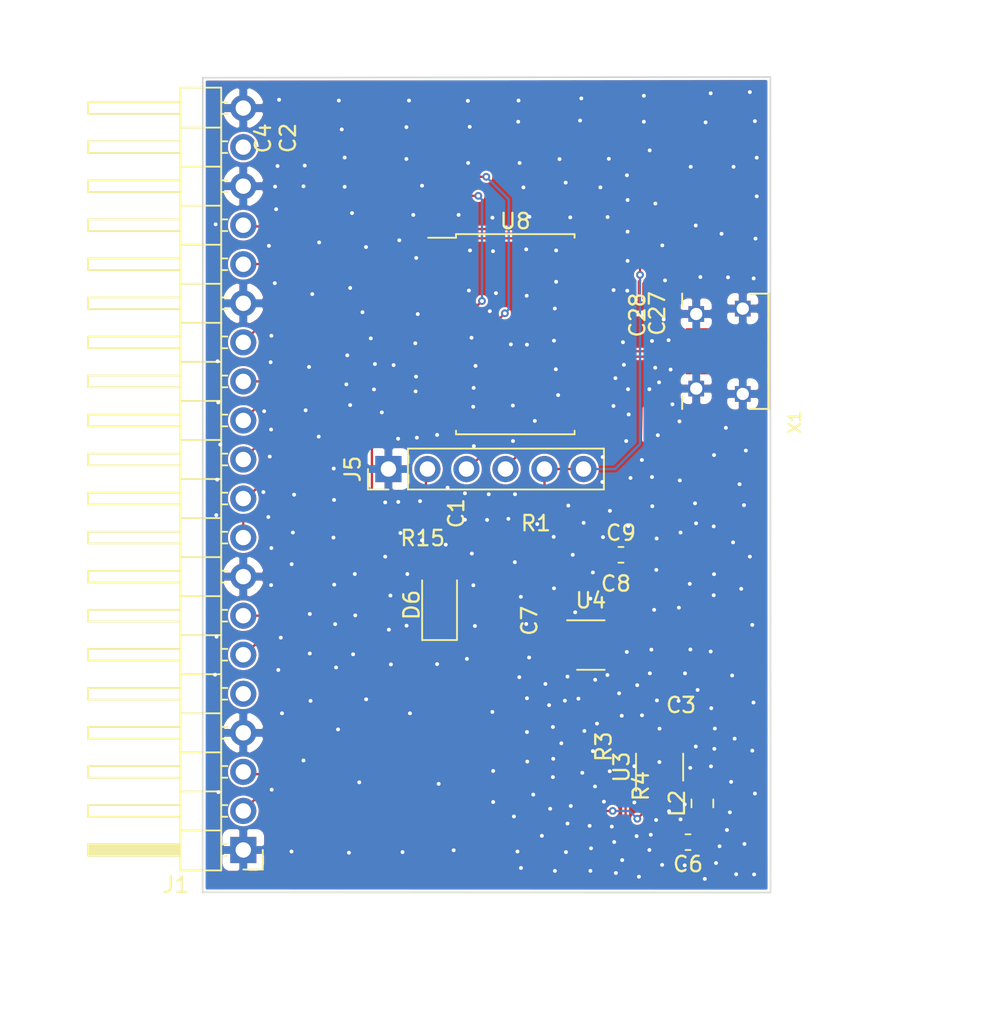
<source format=kicad_pcb>
(kicad_pcb (version 20171130) (host pcbnew 5.1.5+dfsg1-2+b1)
  (layers (0 F.Cu signal) (31 B.Cu signal) (34 B.Paste user) (35 F.Paste user) (36 B.SilkS user) (37 F.SilkS user) (38 B.Mask user) (39 F.Mask user) (44 Edge.Cuts user))
  (net 0 "")
  (net 1 GND)
  (net 2 swd_rst)
  (net 3 +3V3)
  (net 4 +5V)
  (net 5 "Net-(C6-Pad1)")
  (net 6 "Net-(D6-Pad2)")
  (net 7 uart_rx)
  (net 8 uart_tx)
  (net 9 fpga_cdone)
  (net 10 fpga_reset)
  (net 11 spi_clk)
  (net 12 spi_ss)
  (net 13 spi_miso)
  (net 14 spi_mosi)
  (net 15 uart_fpga_tx_2)
  (net 16 uart_fpga_rx_2)
  (net 17 "Net-(J1-Pad5)")
  (net 18 nrf_rx)
  (net 19 nrf_tx)
  (net 20 swd_clk)
  (net 21 swd_io)
  (net 22 "Net-(L2-Pad2)")
  (net 23 "Net-(R3-Pad1)")
  (net 24 led_mcu)
  (net 25 "Net-(U4-Pad4)")
  (net 26 "Net-(U8-Pad15)")
  (net 27 "Net-(U8-Pad14)")
  (net 28 "Net-(X1-PadID)")
  (module kifootp:FCI_10103594_MILL (layer F.Cu) (at 107.88 43.76 90)
    (fp_text reference X1 (at -3.794 1.2419 270) (layer F.SilkS) (effects (font (size 0.77216 0.77216) (thickness 0.138988)) (justify right top)))
    (fp_text value USBFCI_10103594_MILL)
    (pad BASE@2 smd rect (at 0.9625 -1.45 180) (size 2.499993 1.42494) (layers F.Cu F.Paste F.Mask) (net 1 GND))
    (pad BASE@1 smd rect (at -0.9625 -1.45 180) (size 2.499993 1.42494) (layers F.Cu F.Paste F.Mask) (net 1 GND))
    (pad D+ smd rect (at 0 -4.525 90) (size 0.4 1.75) (layers F.Cu F.Paste F.Mask) (net 26 "Net-(U8-Pad15)"))
    (pad ID smd rect (at 0.650012 -4.525 90) (size 0.4 1.75) (layers F.Cu F.Paste F.Mask) (net 28 "Net-(X1-PadID)"))
    (pad D- smd rect (at -0.650012 -4.525 90) (size 0.4 1.75) (layers F.Cu F.Paste F.Mask) (net 27 "Net-(U8-Pad14)"))
    (pad GND smd rect (at 1.3 -4.525 90) (size 0.4 1.75) (layers F.Cu F.Paste F.Mask) (net 1 GND))
    (pad VBUS smd rect (at -1.3 -4.525 90) (size 0.4 1.75) (layers F.Cu F.Paste F.Mask) (net 4 +5V))
    (pad SPRT@1 thru_hole rect (at -2.77495 -1.700021 90) (size 1.016 1.016) (drill 0.8001) (layers *.Cu *.Mask) (net 1 GND))
    (pad SPRT@2 thru_hole rect (at 2.77495 -1.700021 90) (size 1.016 1.016) (drill 0.8001) (layers *.Cu *.Mask) (net 1 GND))
    (pad SPRT@3 thru_hole rect (at -2.4257 -4.729987 90) (size 1.016 1.016) (drill 0.8001) (layers *.Cu *.Mask) (net 1 GND))
    (pad SPRT@4 thru_hole rect (at 2.4257 -4.729987 90) (size 1.016 1.016) (drill 0.8001) (layers *.Cu *.Mask) (net 1 GND))
  )
  (module Package_SO:SOIC-20W_7.5x12.8mm_P1.27mm (layer F.Cu) (at 91.37 42.65)
    (fp_text reference U8 (at 0 -7.35) (layer F.SilkS))
    (fp_text value ATSAMD11D14A-SS)
    (pad 20 smd roundrect (at 4.65 -5.715) (size 2.05 0.6) (layers F.Cu F.Paste F.Mask) (net 11 spi_clk))
    (pad 19 smd roundrect (at 4.65 -4.445) (size 2.05 0.6) (layers F.Cu F.Paste F.Mask) (net 10 fpga_reset))
    (pad 18 smd roundrect (at 4.65 -3.175) (size 2.05 0.6) (layers F.Cu F.Paste F.Mask) (net 9 fpga_cdone))
    (pad 17 smd roundrect (at 4.65 -1.905) (size 2.05 0.6) (layers F.Cu F.Paste F.Mask) (net 3 +3V3))
    (pad 16 smd roundrect (at 4.65 -0.635) (size 2.05 0.6) (layers F.Cu F.Paste F.Mask) (net 1 GND))
    (pad 15 smd roundrect (at 4.65 0.635) (size 2.05 0.6) (layers F.Cu F.Paste F.Mask) (net 26 "Net-(U8-Pad15)"))
    (pad 14 smd roundrect (at 4.65 1.905) (size 2.05 0.6) (layers F.Cu F.Paste F.Mask) (net 27 "Net-(U8-Pad14)"))
    (pad 13 smd roundrect (at 4.65 3.175) (size 2.05 0.6) (layers F.Cu F.Paste F.Mask) (net 21 swd_io))
    (pad 12 smd roundrect (at 4.65 4.445) (size 2.05 0.6) (layers F.Cu F.Paste F.Mask) (net 20 swd_clk))
    (pad 11 smd roundrect (at 4.65 5.715) (size 2.05 0.6) (layers F.Cu F.Paste F.Mask) (net 2 swd_rst))
    (pad 10 smd roundrect (at -4.65 5.715) (size 2.05 0.6) (layers F.Cu F.Paste F.Mask) (net 19 nrf_tx))
    (pad 9 smd roundrect (at -4.65 4.445) (size 2.05 0.6) (layers F.Cu F.Paste F.Mask) (net 18 nrf_rx))
    (pad 8 smd roundrect (at -4.65 3.175) (size 2.05 0.6) (layers F.Cu F.Paste F.Mask) (net 16 uart_fpga_rx_2))
    (pad 7 smd roundrect (at -4.65 1.905) (size 2.05 0.6) (layers F.Cu F.Paste F.Mask) (net 15 uart_fpga_tx_2))
    (pad 6 smd roundrect (at -4.65 0.635) (size 2.05 0.6) (layers F.Cu F.Paste F.Mask) (net 24 led_mcu))
    (pad 5 smd roundrect (at -4.65 -0.635) (size 2.05 0.6) (layers F.Cu F.Paste F.Mask) (net 7 uart_rx))
    (pad 4 smd roundrect (at -4.65 -1.905) (size 2.05 0.6) (layers F.Cu F.Paste F.Mask) (net 8 uart_tx))
    (pad 3 smd roundrect (at -4.65 -3.175) (size 2.05 0.6) (layers F.Cu F.Paste F.Mask) (net 14 spi_mosi))
    (pad 2 smd roundrect (at -4.65 -4.445) (size 2.05 0.6) (layers F.Cu F.Paste F.Mask) (net 13 spi_miso))
    (pad 1 smd roundrect (at -4.65 -5.715) (size 2.05 0.6) (layers F.Cu F.Paste F.Mask) (net 12 spi_ss))
  )
  (module Package_TO_SOT_SMD:SOT-23-5 (layer F.Cu) (at 96.29 62.87)
    (fp_text reference U4 (at 0 -2.9) (layer F.SilkS))
    (fp_text value MAX40200AUK)
    (pad 5 smd rect (at 1.1 -0.95) (size 1.06 0.65) (layers F.Cu F.Paste F.Mask) (net 3 +3V3))
    (pad 4 smd rect (at 1.1 0.95) (size 1.06 0.65) (layers F.Cu F.Paste F.Mask) (net 25 "Net-(U4-Pad4)"))
    (pad 3 smd rect (at -1.1 0.95) (size 1.06 0.65) (layers F.Cu F.Paste F.Mask) (net 5 "Net-(C6-Pad1)"))
    (pad 2 smd rect (at -1.1 0) (size 1.06 0.65) (layers F.Cu F.Paste F.Mask) (net 1 GND))
    (pad 1 smd rect (at -1.1 -0.95) (size 1.06 0.65) (layers F.Cu F.Paste F.Mask) (net 5 "Net-(C6-Pad1)"))
  )
  (module Package_TO_SOT_SMD:TSOT-23-5 (layer F.Cu) (at 100.74 70.81 90)
    (fp_text reference U3 (at 0 -2.45 90) (layer F.SilkS))
    (fp_text value LTC3406ES5)
    (pad 5 smd rect (at 1.31 -0.95 90) (size 1.22 0.65) (layers F.Cu F.Paste F.Mask) (net 23 "Net-(R3-Pad1)"))
    (pad 4 smd rect (at 1.31 0.95 90) (size 1.22 0.65) (layers F.Cu F.Paste F.Mask) (net 4 +5V))
    (pad 3 smd rect (at -1.31 0.95 90) (size 1.22 0.65) (layers F.Cu F.Paste F.Mask) (net 22 "Net-(L2-Pad2)"))
    (pad 2 smd rect (at -1.31 0 90) (size 1.22 0.65) (layers F.Cu F.Paste F.Mask) (net 1 GND))
    (pad 1 smd rect (at -1.31 -0.95 90) (size 1.22 0.65) (layers F.Cu F.Paste F.Mask) (net 4 +5V))
  )
  (module Resistor_SMD:R_0402_1005Metric (layer F.Cu) (at 85.34 57.09)
    (fp_text reference R15 (at 0 -1.17) (layer F.SilkS))
    (fp_text value 10kOhm)
    (pad 2 smd roundrect (at 0.485 0) (size 0.59 0.64) (layers F.Cu F.Paste F.Mask) (net 6 "Net-(D6-Pad2)"))
    (pad 1 smd roundrect (at -0.485 0) (size 0.59 0.64) (layers F.Cu F.Paste F.Mask) (net 24 led_mcu))
  )
  (module Resistor_SMD:R_0402_1005Metric (layer F.Cu) (at 98.38 72.04 270)
    (fp_text reference R4 (at 0 -1.17 90) (layer F.SilkS))
    (fp_text value 450kOhm)
    (pad 2 smd roundrect (at 0.485 0 270) (size 0.59 0.64) (layers F.Cu F.Paste F.Mask) (net 5 "Net-(C6-Pad1)"))
    (pad 1 smd roundrect (at -0.485 0 270) (size 0.59 0.64) (layers F.Cu F.Paste F.Mask) (net 23 "Net-(R3-Pad1)"))
  )
  (module Resistor_SMD:R_0402_1005Metric (layer F.Cu) (at 98.29 69.48 90)
    (fp_text reference R3 (at 0 -1.17 90) (layer F.SilkS))
    (fp_text value 100kOhm)
    (pad 2 smd roundrect (at 0.485 0 90) (size 0.59 0.64) (layers F.Cu F.Paste F.Mask) (net 1 GND))
    (pad 1 smd roundrect (at -0.485 0 90) (size 0.59 0.64) (layers F.Cu F.Paste F.Mask) (net 23 "Net-(R3-Pad1)"))
  )
  (module Resistor_SMD:R_0402_1005Metric (layer F.Cu) (at 92.71 53.78 180)
    (fp_text reference R1 (at 0 -1.17) (layer F.SilkS))
    (fp_text value 10kOhm)
    (pad 2 smd roundrect (at 0.485 0 180) (size 0.59 0.64) (layers F.Cu F.Paste F.Mask) (net 2 swd_rst))
    (pad 1 smd roundrect (at -0.485 0 180) (size 0.59 0.64) (layers F.Cu F.Paste F.Mask) (net 3 +3V3))
  )
  (module Inductor_SMD:L_0805_2012Metric (layer F.Cu) (at 103.55 73.17 90)
    (fp_text reference L2 (at 0 -1.65 90) (layer F.SilkS))
    (fp_text value 2.2uH)
    (pad 2 smd roundrect (at 0.9375 0 90) (size 0.975 1.4) (layers F.Cu F.Paste F.Mask) (net 22 "Net-(L2-Pad2)"))
    (pad 1 smd roundrect (at -0.9375 0 90) (size 0.975 1.4) (layers F.Cu F.Paste F.Mask) (net 5 "Net-(C6-Pad1)"))
  )
  (module Connector_PinHeader_2.54mm:PinHeader_1x06_P2.54mm_Vertical (layer F.Cu) (at 83.11 51.42 90)
    (fp_text reference J5 (at 0 -2.33 90) (layer F.SilkS))
    (fp_text value Conn_01x06_Male)
    (pad 6 thru_hole oval (at 0 12.7 90) (size 1.7 1.7) (drill 1) (layers *.Cu *.Mask) (net 3 +3V3))
    (pad 5 thru_hole oval (at 0 10.16 90) (size 1.7 1.7) (drill 1) (layers *.Cu *.Mask) (net 3 +3V3))
    (pad 4 thru_hole oval (at 0 7.62 90) (size 1.7 1.7) (drill 1) (layers *.Cu *.Mask) (net 20 swd_clk))
    (pad 3 thru_hole oval (at 0 5.08 90) (size 1.7 1.7) (drill 1) (layers *.Cu *.Mask) (net 21 swd_io))
    (pad 2 thru_hole oval (at 0 2.54 90) (size 1.7 1.7) (drill 1) (layers *.Cu *.Mask) (net 2 swd_rst))
    (pad 1 thru_hole rect (at 0 0 90) (size 1.7 1.7) (drill 1) (layers *.Cu *.Mask) (net 1 GND))
  )
  (module Connector_PinHeader_2.54mm:PinHeader_1x20_P2.54mm_Horizontal (layer F.Cu) (at 73.66 76.2 180)
    (fp_text reference J1 (at 4.385 -2.27) (layer F.SilkS))
    (fp_text value Conn_01x20_Female)
    (pad 20 thru_hole oval (at 0 48.26 180) (size 1.7 1.7) (drill 1) (layers *.Cu *.Mask) (net 1 GND))
    (pad 19 thru_hole oval (at 0 45.72 180) (size 1.7 1.7) (drill 1) (layers *.Cu *.Mask) (net 3 +3V3))
    (pad 18 thru_hole oval (at 0 43.18 180) (size 1.7 1.7) (drill 1) (layers *.Cu *.Mask) (net 1 GND))
    (pad 17 thru_hole oval (at 0 40.64 180) (size 1.7 1.7) (drill 1) (layers *.Cu *.Mask) (net 7 uart_rx))
    (pad 16 thru_hole oval (at 0 38.1 180) (size 1.7 1.7) (drill 1) (layers *.Cu *.Mask) (net 8 uart_tx))
    (pad 15 thru_hole oval (at 0 35.56 180) (size 1.7 1.7) (drill 1) (layers *.Cu *.Mask) (net 1 GND))
    (pad 14 thru_hole oval (at 0 33.02 180) (size 1.7 1.7) (drill 1) (layers *.Cu *.Mask) (net 9 fpga_cdone))
    (pad 13 thru_hole oval (at 0 30.48 180) (size 1.7 1.7) (drill 1) (layers *.Cu *.Mask) (net 10 fpga_reset))
    (pad 12 thru_hole oval (at 0 27.94 180) (size 1.7 1.7) (drill 1) (layers *.Cu *.Mask) (net 11 spi_clk))
    (pad 11 thru_hole oval (at 0 25.4 180) (size 1.7 1.7) (drill 1) (layers *.Cu *.Mask) (net 12 spi_ss))
    (pad 10 thru_hole oval (at 0 22.86 180) (size 1.7 1.7) (drill 1) (layers *.Cu *.Mask) (net 13 spi_miso))
    (pad 9 thru_hole oval (at 0 20.32 180) (size 1.7 1.7) (drill 1) (layers *.Cu *.Mask) (net 14 spi_mosi))
    (pad 8 thru_hole oval (at 0 17.78 180) (size 1.7 1.7) (drill 1) (layers *.Cu *.Mask) (net 1 GND))
    (pad 7 thru_hole oval (at 0 15.24 180) (size 1.7 1.7) (drill 1) (layers *.Cu *.Mask) (net 15 uart_fpga_tx_2))
    (pad 6 thru_hole oval (at 0 12.7 180) (size 1.7 1.7) (drill 1) (layers *.Cu *.Mask) (net 16 uart_fpga_rx_2))
    (pad 5 thru_hole oval (at 0 10.16 180) (size 1.7 1.7) (drill 1) (layers *.Cu *.Mask) (net 17 "Net-(J1-Pad5)"))
    (pad 4 thru_hole oval (at 0 7.62 180) (size 1.7 1.7) (drill 1) (layers *.Cu *.Mask) (net 1 GND))
    (pad 3 thru_hole oval (at 0 5.08 180) (size 1.7 1.7) (drill 1) (layers *.Cu *.Mask) (net 18 nrf_rx))
    (pad 2 thru_hole oval (at 0 2.54 180) (size 1.7 1.7) (drill 1) (layers *.Cu *.Mask) (net 19 nrf_tx))
    (pad 1 thru_hole rect (at 0 0 180) (size 1.7 1.7) (drill 1) (layers *.Cu *.Mask) (net 1 GND))
  )
  (module LED_SMD:LED_1206_3216Metric (layer F.Cu) (at 86.44 60.26 90)
    (fp_text reference D6 (at 0 -1.82 90) (layer F.SilkS))
    (fp_text value LED)
    (pad 2 smd roundrect (at 1.4 0 90) (size 1.25 1.75) (layers F.Cu F.Paste F.Mask) (roundrect_rratio 0.2) (net 6 "Net-(D6-Pad2)"))
    (pad 1 smd roundrect (at -1.4 0 90) (size 1.25 1.75) (layers F.Cu F.Paste F.Mask) (roundrect_rratio 0.2) (net 1 GND))
  )
  (module Capacitor_SMD:C_0402_1005Metric (layer F.Cu) (at 98.15 41.405 270)
    (fp_text reference C28 (at 0 -1.17 90) (layer F.SilkS))
    (fp_text value 0.1uF)
    (pad 2 smd roundrect (at 0.485 0 270) (size 0.59 0.64) (layers F.Cu F.Paste F.Mask) (net 1 GND))
    (pad 1 smd roundrect (at -0.485 0 270) (size 0.59 0.64) (layers F.Cu F.Paste F.Mask) (net 3 +3V3))
  )
  (module Capacitor_SMD:C_0402_1005Metric (layer F.Cu) (at 99.44 41.3 270)
    (fp_text reference C27 (at 0 -1.17 90) (layer F.SilkS))
    (fp_text value 4.7uF)
    (pad 2 smd roundrect (at 0.485 0 270) (size 0.59 0.64) (layers F.Cu F.Paste F.Mask) (net 1 GND))
    (pad 1 smd roundrect (at -0.485 0 270) (size 0.59 0.64) (layers F.Cu F.Paste F.Mask) (net 3 +3V3))
  )
  (module Capacitor_SMD:C_0603_1608Metric (layer F.Cu) (at 98.25 57)
    (fp_text reference C9 (at 0 -1.43) (layer F.SilkS))
    (fp_text value 10uF)
    (pad 2 smd roundrect (at 0.7875 0) (size 0.875 0.95) (layers F.Cu F.Paste F.Mask) (net 1 GND))
    (pad 1 smd roundrect (at -0.7875 0) (size 0.875 0.95) (layers F.Cu F.Paste F.Mask) (net 3 +3V3))
  )
  (module Capacitor_SMD:C_0402_1005Metric (layer F.Cu) (at 97.92 60.05)
    (fp_text reference C8 (at 0 -1.17) (layer F.SilkS))
    (fp_text value 0.1uF)
    (pad 2 smd roundrect (at 0.485 0) (size 0.59 0.64) (layers F.Cu F.Paste F.Mask) (net 1 GND))
    (pad 1 smd roundrect (at -0.485 0) (size 0.59 0.64) (layers F.Cu F.Paste F.Mask) (net 3 +3V3))
  )
  (module Capacitor_SMD:C_0402_1005Metric (layer F.Cu) (at 93.46 61.29 90)
    (fp_text reference C7 (at 0 -1.17 90) (layer F.SilkS))
    (fp_text value 0.1uF)
    (pad 2 smd roundrect (at 0.485 0 90) (size 0.59 0.64) (layers F.Cu F.Paste F.Mask) (net 1 GND))
    (pad 1 smd roundrect (at -0.485 0 90) (size 0.59 0.64) (layers F.Cu F.Paste F.Mask) (net 5 "Net-(C6-Pad1)"))
  )
  (module Capacitor_SMD:C_0603_1608Metric (layer F.Cu) (at 102.616 75.692 180)
    (fp_text reference C6 (at 0 -1.43) (layer F.SilkS))
    (fp_text value 10uF)
    (pad 2 smd roundrect (at 0.7875 0 180) (size 0.875 0.95) (layers F.Cu F.Paste F.Mask) (net 1 GND))
    (pad 1 smd roundrect (at -0.7875 0 180) (size 0.875 0.95) (layers F.Cu F.Paste F.Mask) (net 5 "Net-(C6-Pad1)"))
  )
  (module Capacitor_SMD:C_0402_1005Metric (layer F.Cu) (at 76.12 29.91 90)
    (fp_text reference C4 (at 0 -1.17 90) (layer F.SilkS))
    (fp_text value 0.1uF)
    (pad 2 smd roundrect (at 0.485 0 90) (size 0.59 0.64) (layers F.Cu F.Paste F.Mask) (net 1 GND))
    (pad 1 smd roundrect (at -0.485 0 90) (size 0.59 0.64) (layers F.Cu F.Paste F.Mask) (net 3 +3V3))
  )
  (module Capacitor_SMD:C_0402_1005Metric (layer F.Cu) (at 102.16 67.95)
    (fp_text reference C3 (at 0 -1.17) (layer F.SilkS))
    (fp_text value 4.7uF)
    (pad 2 smd roundrect (at 0.485 0) (size 0.59 0.64) (layers F.Cu F.Paste F.Mask) (net 1 GND))
    (pad 1 smd roundrect (at -0.485 0) (size 0.59 0.64) (layers F.Cu F.Paste F.Mask) (net 4 +5V))
  )
  (module Capacitor_SMD:C_0402_1005Metric (layer F.Cu) (at 77.74 29.89 90)
    (fp_text reference C2 (at 0 -1.17 90) (layer F.SilkS))
    (fp_text value 4.7uF)
    (pad 2 smd roundrect (at 0.485 0 90) (size 0.59 0.64) (layers F.Cu F.Paste F.Mask) (net 1 GND))
    (pad 1 smd roundrect (at -0.485 0 90) (size 0.59 0.64) (layers F.Cu F.Paste F.Mask) (net 3 +3V3))
  )
  (module Capacitor_SMD:C_0402_1005Metric (layer F.Cu) (at 86.36 54.3 270)
    (fp_text reference C1 (at 0 -1.17 90) (layer F.SilkS))
    (fp_text value 0.1uF)
    (pad 2 smd roundrect (at 0.485 0 270) (size 0.59 0.64) (layers F.Cu F.Paste F.Mask) (net 1 GND))
    (pad 1 smd roundrect (at -0.485 0 270) (size 0.59 0.64) (layers F.Cu F.Paste F.Mask) (net 2 swd_rst))
  )
  (gr_line (start 107.99 78.97) (end 107.98 25.92) (layer Edge.Cuts) (width 0.1))
  (gr_line (start 107.98 25.92) (end 71.02 25.96) (layer Edge.Cuts) (width 0.1))
  (gr_line (start 71.02 25.96) (end 71.01 78.96) (layer Edge.Cuts) (width 0.1))
  (gr_line (start 71.01 78.96) (end 107.99 78.97) (layer Edge.Cuts) (width 0.1))
  (via (at 75.89 31.71) (size 0.5) (drill 0.25) (layers F.Cu B.Cu) (net 1))
  (via (at 77.66 31.68) (size 0.5) (drill 0.25) (layers F.Cu B.Cu) (net 1))
  (via (at 75.73 33.05) (size 0.5) (drill 0.25) (layers F.Cu B.Cu) (net 1))
  (via (at 77.58 33.03) (size 0.5) (drill 0.25) (layers F.Cu B.Cu) (net 1))
  (via (at 75.8 34.52) (size 0.5) (drill 0.25) (layers F.Cu B.Cu) (net 1))
  (via (at 71.86 35.5) (size 0.5) (drill 0.25) (layers F.Cu B.Cu) (net 1))
  (via (at 75.33 36.9) (size 0.5) (drill 0.25) (layers F.Cu B.Cu) (net 1))
  (via (at 75.71 39.33) (size 0.5) (drill 0.25) (layers F.Cu B.Cu) (net 1))
  (via (at 71.99 44.41) (size 0.5) (drill 0.25) (layers F.Cu B.Cu) (net 1))
  (via (at 72.03 47.09) (size 0.5) (drill 0.25) (layers F.Cu B.Cu) (net 1))
  (via (at 72.16 49.83) (size 0.5) (drill 0.25) (layers F.Cu B.Cu) (net 1))
  (via (at 71.96 52.11) (size 0.5) (drill 0.25) (layers F.Cu B.Cu) (net 1))
  (via (at 71.9 54.42) (size 0.5) (drill 0.25) (layers F.Cu B.Cu) (net 1))
  (via (at 71.92 62.33) (size 0.5) (drill 0.25) (layers F.Cu B.Cu) (net 1))
  (via (at 71.82 64.8) (size 0.5) (drill 0.25) (layers F.Cu B.Cu) (net 1))
  (via (at 72.04 72.44) (size 0.5) (drill 0.25) (layers F.Cu B.Cu) (net 1))
  (via (at 76.8 76.3) (size 0.5) (drill 0.25) (layers F.Cu B.Cu) (net 1))
  (via (at 80.54 76.38) (size 0.5) (drill 0.25) (layers F.Cu B.Cu) (net 1))
  (via (at 84.03 76.34) (size 0.5) (drill 0.25) (layers F.Cu B.Cu) (net 1))
  (via (at 87.36 76.22) (size 0.5) (drill 0.25) (layers F.Cu B.Cu) (net 1))
  (via (at 91.51 76.3) (size 0.5) (drill 0.25) (layers F.Cu B.Cu) (net 1))
  (via (at 94.67 76.34) (size 0.5) (drill 0.25) (layers F.Cu B.Cu) (net 1))
  (via (at 97.92 77.7) (size 0.5) (drill 0.25) (layers F.Cu B.Cu) (net 1))
  (via (at 76.18 67.31) (size 0.5) (drill 0.25) (layers F.Cu B.Cu) (net 1))
  (via (at 75.94 64.49) (size 0.5) (drill 0.25) (layers F.Cu B.Cu) (net 1))
  (via (at 76.1 62.39) (size 0.5) (drill 0.25) (layers F.Cu B.Cu) (net 1))
  (via (at 77.99 60.85) (size 0.5) (drill 0.25) (layers F.Cu B.Cu) (net 1))
  (via (at 77.99 63.42) (size 0.5) (drill 0.25) (layers F.Cu B.Cu) (net 1))
  (via (at 78.04 66.5) (size 0.5) (drill 0.25) (layers F.Cu B.Cu) (net 1))
  (via (at 79.58 58.94) (size 0.5) (drill 0.25) (layers F.Cu B.Cu) (net 1))
  (via (at 79.64 61.51) (size 0.5) (drill 0.25) (layers F.Cu B.Cu) (net 1))
  (via (at 79.7 64.33) (size 0.5) (drill 0.25) (layers F.Cu B.Cu) (net 1))
  (via (at 80.92 58.25) (size 0.5) (drill 0.25) (layers F.Cu B.Cu) (net 1))
  (via (at 80.95 60.94) (size 0.5) (drill 0.25) (layers F.Cu B.Cu) (net 1))
  (via (at 80.81 63.47) (size 0.5) (drill 0.25) (layers F.Cu B.Cu) (net 1))
  (via (at 75.29 54.54) (size 0.5) (drill 0.25) (layers F.Cu B.Cu) (net 1))
  (via (at 75.49 56.56) (size 0.5) (drill 0.25) (layers F.Cu B.Cu) (net 1))
  (via (at 75.47 58.97) (size 0.5) (drill 0.25) (layers F.Cu B.Cu) (net 1))
  (via (at 76.81 57.61) (size 0.5) (drill 0.25) (layers F.Cu B.Cu) (net 1))
  (via (at 76.89 55.55) (size 0.5) (drill 0.25) (layers F.Cu B.Cu) (net 1))
  (via (at 76.97 53.09) (size 0.5) (drill 0.25) (layers F.Cu B.Cu) (net 1))
  (via (at 79.55 51.39) (size 0.5) (drill 0.25) (layers F.Cu B.Cu) (net 1))
  (via (at 79.57 53.43) (size 0.5) (drill 0.25) (layers F.Cu B.Cu) (net 1))
  (via (at 79.53 55.88) (size 0.5) (drill 0.25) (layers F.Cu B.Cu) (net 1))
  (via (at 84.91 45.41) (size 0.5) (drill 0.25) (layers F.Cu B.Cu) (net 1))
  (via (at 84.88 46.37) (size 0.5) (drill 0.25) (layers F.Cu B.Cu) (net 1))
  (via (at 82.68 47.74) (size 0.5) (drill 0.25) (layers F.Cu B.Cu) (net 1))
  (via (at 83.74 49.45) (size 0.5) (drill 0.25) (layers F.Cu B.Cu) (net 1))
  (via (at 86.28 49.2) (size 0.5) (drill 0.25) (layers F.Cu B.Cu) (net 1))
  (via (at 84.96 49.38) (size 0.5) (drill 0.25) (layers F.Cu B.Cu) (net 1))
  (via (at 80.62 47.26) (size 0.5) (drill 0.25) (layers F.Cu B.Cu) (net 1))
  (via (at 74.97 52.92) (size 0.5) (drill 0.25) (layers F.Cu B.Cu) (net 1))
  (via (at 78.57 49.31) (size 0.5) (drill 0.25) (layers F.Cu B.Cu) (net 1))
  (via (at 80.43 44.02) (size 0.5) (drill 0.25) (layers F.Cu B.Cu) (net 1))
  (via (at 81.96 42.92) (size 0.5) (drill 0.25) (layers F.Cu B.Cu) (net 1))
  (via (at 80.37 45.91) (size 0.5) (drill 0.25) (layers F.Cu B.Cu) (net 1))
  (via (at 75.38 50.61) (size 0.5) (drill 0.25) (layers F.Cu B.Cu) (net 1))
  (via (at 75.47 48.85) (size 0.5) (drill 0.25) (layers F.Cu B.Cu) (net 1))
  (via (at 77.72 47.6) (size 0.5) (drill 0.25) (layers F.Cu B.Cu) (net 1))
  (via (at 82.17 46.24) (size 0.5) (drill 0.25) (layers F.Cu B.Cu) (net 1))
  (via (at 82.23 44.59) (size 0.5) (drill 0.25) (layers F.Cu B.Cu) (net 1))
  (via (at 75.51 72.28) (size 0.5) (drill 0.25) (layers F.Cu B.Cu) (net 1))
  (via (at 77.58 70.38) (size 0.5) (drill 0.25) (layers F.Cu B.Cu) (net 1))
  (via (at 79.83 68.36) (size 0.5) (drill 0.25) (layers F.Cu B.Cu) (net 1))
  (via (at 81.66 66.4) (size 0.5) (drill 0.25) (layers F.Cu B.Cu) (net 1))
  (via (at 83.27 64.13) (size 0.5) (drill 0.25) (layers F.Cu B.Cu) (net 1))
  (via (at 83.14 61.87) (size 0.5) (drill 0.25) (layers F.Cu B.Cu) (net 1))
  (via (at 82.9 57.12) (size 0.5) (drill 0.25) (layers F.Cu B.Cu) (net 1))
  (via (at 82.9 53.59) (size 0.5) (drill 0.25) (layers F.Cu B.Cu) (net 1))
  (via (at 83.75 53.56) (size 0.5) (drill 0.25) (layers F.Cu B.Cu) (net 1))
  (via (at 83.24 59.65) (size 0.5) (drill 0.25) (layers F.Cu B.Cu) (net 1))
  (via (at 83.89 55.58) (size 0.5) (drill 0.25) (layers F.Cu B.Cu) (net 1))
  (via (at 84.34 58.25) (size 0.5) (drill 0.25) (layers F.Cu B.Cu) (net 1))
  (via (at 84.29 61.61) (size 0.5) (drill 0.25) (layers F.Cu B.Cu) (net 1))
  (via (at 88.74 61.63) (size 0.5) (drill 0.25) (layers F.Cu B.Cu) (net 1))
  (via (at 88.64 58.98) (size 0.5) (drill 0.25) (layers F.Cu B.Cu) (net 1))
  (via (at 88.22 63.77) (size 0.5) (drill 0.25) (layers F.Cu B.Cu) (net 1))
  (via (at 86.28 64.11) (size 0.5) (drill 0.25) (layers F.Cu B.Cu) (net 1))
  (via (at 88.54 56.92) (size 0.5) (drill 0.25) (layers F.Cu B.Cu) (net 1))
  (via (at 86.84 56.34) (size 0.5) (drill 0.25) (layers F.Cu B.Cu) (net 1))
  (via (at 85.29 56.06) (size 0.5) (drill 0.25) (layers F.Cu B.Cu) (net 1))
  (via (at 85.17 53.51) (size 0.5) (drill 0.25) (layers F.Cu B.Cu) (net 1))
  (via (at 88.09 54.72) (size 0.5) (drill 0.25) (layers F.Cu B.Cu) (net 1))
  (via (at 89.53 54.73) (size 0.5) (drill 0.25) (layers F.Cu B.Cu) (net 1))
  (via (at 90.92 54.66) (size 0.5) (drill 0.25) (layers F.Cu B.Cu) (net 1))
  (via (at 86.96 52.63) (size 0.5) (drill 0.25) (layers F.Cu B.Cu) (net 1))
  (via (at 88.09 53) (size 0.5) (drill 0.25) (layers F.Cu B.Cu) (net 1))
  (via (at 89.64 53.06) (size 0.5) (drill 0.25) (layers F.Cu B.Cu) (net 1))
  (via (at 91.35 53.06) (size 0.5) (drill 0.25) (layers F.Cu B.Cu) (net 1))
  (via (at 88.67 49.93) (size 0.5) (drill 0.25) (layers F.Cu B.Cu) (net 1))
  (via (at 88.63 47.37) (size 0.5) (drill 0.25) (layers F.Cu B.Cu) (net 1))
  (via (at 91.21 47.29) (size 0.5) (drill 0.25) (layers F.Cu B.Cu) (net 1))
  (via (at 91.22 49.6) (size 0.5) (drill 0.25) (layers F.Cu B.Cu) (net 1))
  (via (at 94.16 46.61) (size 0.5) (drill 0.25) (layers F.Cu B.Cu) (net 1))
  (via (at 92.64 48.29) (size 0.5) (drill 0.25) (layers F.Cu B.Cu) (net 1))
  (via (at 92.8 55) (size 0.5) (drill 0.25) (layers F.Cu B.Cu) (net 1))
  (via (at 93.87 55.83) (size 0.5) (drill 0.25) (layers F.Cu B.Cu) (net 1))
  (via (at 95.11 57) (size 0.5) (drill 0.25) (layers F.Cu B.Cu) (net 1))
  (via (at 96.42 58.15) (size 0.5) (drill 0.25) (layers F.Cu B.Cu) (net 1))
  (via (at 96.26 59.85) (size 0.5) (drill 0.25) (layers F.Cu B.Cu) (net 1))
  (via (at 95.27 60.74) (size 0.5) (drill 0.25) (layers F.Cu B.Cu) (net 1))
  (via (at 93.89 59.18) (size 0.5) (drill 0.25) (layers F.Cu B.Cu) (net 1))
  (via (at 91.73 59.73) (size 0.5) (drill 0.25) (layers F.Cu B.Cu) (net 1))
  (via (at 92.08 61.5) (size 0.5) (drill 0.25) (layers F.Cu B.Cu) (net 1))
  (via (at 92.27 63.68) (size 0.5) (drill 0.25) (layers F.Cu B.Cu) (net 1))
  (via (at 93.33 65.4) (size 0.5) (drill 0.25) (layers F.Cu B.Cu) (net 1))
  (via (at 94.6 66.49) (size 0.5) (drill 0.25) (layers F.Cu B.Cu) (net 1))
  (via (at 94.77 64.92) (size 0.5) (drill 0.25) (layers F.Cu B.Cu) (net 1))
  (via (at 93.82 68.2) (size 0.5) (drill 0.25) (layers F.Cu B.Cu) (net 1))
  (via (at 93.84 70.27) (size 0.5) (drill 0.25) (layers F.Cu B.Cu) (net 1))
  (via (at 96.69 67.98) (size 0.5) (drill 0.25) (layers F.Cu B.Cu) (net 1))
  (via (at 96.42 69.77) (size 0.5) (drill 0.25) (layers F.Cu B.Cu) (net 1))
  (via (at 97.52 71.08) (size 0.5) (drill 0.25) (layers F.Cu B.Cu) (net 1))
  (via (at 99.12 70.75) (size 0.5) (drill 0.25) (layers F.Cu B.Cu) (net 1))
  (via (at 99.12 73.11) (size 0.5) (drill 0.25) (layers F.Cu B.Cu) (net 1))
  (via (at 96.57 65.13) (size 0.5) (drill 0.25) (layers F.Cu B.Cu) (net 1))
  (via (at 98.3 67.47) (size 0.5) (drill 0.25) (layers F.Cu B.Cu) (net 1))
  (via (at 99.62 67.44) (size 0.5) (drill 0.25) (layers F.Cu B.Cu) (net 1))
  (via (at 100.76 68.31) (size 0.5) (drill 0.25) (layers F.Cu B.Cu) (net 1))
  (via (at 100.75 70.48) (size 0.5) (drill 0.25) (layers F.Cu B.Cu) (net 1))
  (via (at 102.76 70.86) (size 0.5) (drill 0.25) (layers F.Cu B.Cu) (net 1))
  (via (at 103.12 69.47) (size 0.5) (drill 0.25) (layers F.Cu B.Cu) (net 1))
  (via (at 104.36 68.3) (size 0.5) (drill 0.25) (layers F.Cu B.Cu) (net 1))
  (via (at 104.13 66.98) (size 0.5) (drill 0.25) (layers F.Cu B.Cu) (net 1))
  (via (at 103.24 65.79) (size 0.5) (drill 0.25) (layers F.Cu B.Cu) (net 1))
  (via (at 102 66.5) (size 0.5) (drill 0.25) (layers F.Cu B.Cu) (net 1))
  (via (at 104.33 69.62) (size 0.5) (drill 0.25) (layers F.Cu B.Cu) (net 1))
  (via (at 104.11 70.76) (size 0.5) (drill 0.25) (layers F.Cu B.Cu) (net 1))
  (via (at 105.42 71.77) (size 0.5) (drill 0.25) (layers F.Cu B.Cu) (net 1))
  (via (at 105.34 73.75) (size 0.5) (drill 0.25) (layers F.Cu B.Cu) (net 1))
  (via (at 105.15 74.9) (size 0.5) (drill 0.25) (layers F.Cu B.Cu) (net 1))
  (via (at 104.67 75.96) (size 0.5) (drill 0.25) (layers F.Cu B.Cu) (net 1))
  (via (at 104.44 77.05) (size 0.5) (drill 0.25) (layers F.Cu B.Cu) (net 1))
  (via (at 102.4 77.2) (size 0.5) (drill 0.25) (layers F.Cu B.Cu) (net 1))
  (via (at 100.93 77.17) (size 0.5) (drill 0.25) (layers F.Cu B.Cu) (net 1))
  (via (at 103.71 78.08) (size 0.5) (drill 0.25) (layers F.Cu B.Cu) (net 1))
  (via (at 100.1 76.2) (size 0.5) (drill 0.25) (layers F.Cu B.Cu) (net 1))
  (via (at 99.27 75.3) (size 0.5) (drill 0.25) (layers F.Cu B.Cu) (net 1))
  (via (at 100.54 74.25) (size 0.5) (drill 0.25) (layers F.Cu B.Cu) (net 1))
  (via (at 102.4 73.23) (size 0.5) (drill 0.25) (layers F.Cu B.Cu) (net 1))
  (via (at 102.13 74.21) (size 0.5) (drill 0.25) (layers F.Cu B.Cu) (net 1))
  (via (at 101.38 73.68) (size 0.5) (drill 0.25) (layers F.Cu B.Cu) (net 1))
  (via (at 100.19 75.21) (size 0.5) (drill 0.25) (layers F.Cu B.Cu) (net 1))
  (via (at 97.65 74.68) (size 0.5) (drill 0.25) (layers F.Cu B.Cu) (net 1))
  (via (at 96.56 72.07) (size 0.5) (drill 0.25) (layers F.Cu B.Cu) (net 1))
  (via (at 95.73 71.18) (size 0.5) (drill 0.25) (layers F.Cu B.Cu) (net 1))
  (via (at 96.21 74.63) (size 0.5) (drill 0.25) (layers F.Cu B.Cu) (net 1))
  (via (at 94.77 74.48) (size 0.5) (drill 0.25) (layers F.Cu B.Cu) (net 1))
  (via (at 93.64 73.52) (size 0.5) (drill 0.25) (layers F.Cu B.Cu) (net 1))
  (via (at 93.82 71.46) (size 0.5) (drill 0.25) (layers F.Cu B.Cu) (net 1))
  (via (at 97.81 75.68) (size 0.5) (drill 0.25) (layers F.Cu B.Cu) (net 1))
  (via (at 98.33 76.86) (size 0.5) (drill 0.25) (layers F.Cu B.Cu) (net 1))
  (via (at 94.98 73.34) (size 0.5) (drill 0.25) (layers F.Cu B.Cu) (net 1))
  (via (at 94.37 69.26) (size 0.5) (drill 0.25) (layers F.Cu B.Cu) (net 1))
  (via (at 97.14 73.06) (size 0.5) (drill 0.25) (layers F.Cu B.Cu) (net 1))
  (via (at 92.54 72.6) (size 0.5) (drill 0.25) (layers F.Cu B.Cu) (net 1))
  (via (at 98.13 66.01) (size 0.5) (drill 0.25) (layers F.Cu B.Cu) (net 1))
  (via (at 100.13 64.71) (size 0.5) (drill 0.25) (layers F.Cu B.Cu) (net 1))
  (via (at 100.23 63.17) (size 0.5) (drill 0.25) (layers F.Cu B.Cu) (net 1))
  (via (at 98.63 63.32) (size 0.5) (drill 0.25) (layers F.Cu B.Cu) (net 1))
  (via (at 97.37 64.82) (size 0.5) (drill 0.25) (layers F.Cu B.Cu) (net 1))
  (via (at 100.59 66.47) (size 0.5) (drill 0.25) (layers F.Cu B.Cu) (net 1))
  (via (at 106.92 77.79) (size 0.5) (drill 0.25) (layers F.Cu B.Cu) (net 1))
  (via (at 106.97 72.53) (size 0.5) (drill 0.25) (layers F.Cu B.Cu) (net 1))
  (via (at 106.88 66.61) (size 0.5) (drill 0.25) (layers F.Cu B.Cu) (net 1))
  (via (at 106.8 61.56) (size 0.5) (drill 0.25) (layers F.Cu B.Cu) (net 1))
  (via (at 106.8 69.74) (size 0.5) (drill 0.25) (layers F.Cu B.Cu) (net 1))
  (via (at 105.65 68.96) (size 0.5) (drill 0.25) (layers F.Cu B.Cu) (net 1))
  (via (at 105.49 64.85) (size 0.5) (drill 0.25) (layers F.Cu B.Cu) (net 1))
  (via (at 106.64 57.12) (size 0.5) (drill 0.25) (layers F.Cu B.Cu) (net 1))
  (via (at 102.77 63.16) (size 0.5) (drill 0.25) (layers F.Cu B.Cu) (net 1))
  (via (at 102.73 58.89) (size 0.5) (drill 0.25) (layers F.Cu B.Cu) (net 1))
  (via (at 103.14 54.95) (size 0.5) (drill 0.25) (layers F.Cu B.Cu) (net 1))
  (via (at 104.29 55.15) (size 0.5) (drill 0.25) (layers F.Cu B.Cu) (net 1))
  (via (at 104.29 59.63) (size 0.5) (drill 0.25) (layers F.Cu B.Cu) (net 1))
  (via (at 104.09 63.29) (size 0.5) (drill 0.25) (layers F.Cu B.Cu) (net 1))
  (via (at 105.97 52.41) (size 0.5) (drill 0.25) (layers F.Cu B.Cu) (net 1))
  (via (at 104.31 50.51) (size 0.5) (drill 0.25) (layers F.Cu B.Cu) (net 1))
  (via (at 102.06 48.32) (size 0.5) (drill 0.25) (layers F.Cu B.Cu) (net 1))
  (via (at 105.08 48.74) (size 0.5) (drill 0.25) (layers F.Cu B.Cu) (net 1))
  (via (at 106.38 50.22) (size 0.5) (drill 0.25) (layers F.Cu B.Cu) (net 1))
  (via (at 103.07 53.65) (size 0.5) (drill 0.25) (layers F.Cu B.Cu) (net 1))
  (via (at 106.26 53.77) (size 0.5) (drill 0.25) (layers F.Cu B.Cu) (net 1))
  (via (at 105.55 56.19) (size 0.5) (drill 0.25) (layers F.Cu B.Cu) (net 1))
  (via (at 104.31 58.26) (size 0.5) (drill 0.25) (layers F.Cu B.Cu) (net 1))
  (via (at 106.08 59.21) (size 0.5) (drill 0.25) (layers F.Cu B.Cu) (net 1))
  (via (at 100.41 60.58) (size 0.5) (drill 0.25) (layers F.Cu B.Cu) (net 1))
  (via (at 100.55 57.98) (size 0.5) (drill 0.25) (layers F.Cu B.Cu) (net 1))
  (via (at 100.57 55.94) (size 0.5) (drill 0.25) (layers F.Cu B.Cu) (net 1))
  (via (at 100.29 53.84) (size 0.5) (drill 0.25) (layers F.Cu B.Cu) (net 1))
  (via (at 100.27 51.94) (size 0.5) (drill 0.25) (layers F.Cu B.Cu) (net 1))
  (via (at 102.08 52.16) (size 0.5) (drill 0.25) (layers F.Cu B.Cu) (net 1))
  (via (at 102.13 55.55) (size 0.5) (drill 0.25) (layers F.Cu B.Cu) (net 1))
  (via (at 102.02 60.44) (size 0.5) (drill 0.25) (layers F.Cu B.Cu) (net 1))
  (via (at 100.65 49.22) (size 0.5) (drill 0.25) (layers F.Cu B.Cu) (net 1))
  (via (at 99.61 50.83) (size 0.5) (drill 0.25) (layers F.Cu B.Cu) (net 1))
  (via (at 98.59 49.6) (size 0.5) (drill 0.25) (layers F.Cu B.Cu) (net 1))
  (via (at 97.06 50.64) (size 0.5) (drill 0.25) (layers F.Cu B.Cu) (net 1))
  (via (at 97.04 52.26) (size 0.5) (drill 0.25) (layers F.Cu B.Cu) (net 1))
  (via (at 98.87 52) (size 0.5) (drill 0.25) (layers F.Cu B.Cu) (net 1))
  (via (at 98.75 47.87) (size 0.5) (drill 0.25) (layers F.Cu B.Cu) (net 1))
  (via (at 98.71 46.23) (size 0.5) (drill 0.25) (layers F.Cu B.Cu) (net 1))
  (via (at 97.89 45.51) (size 0.5) (drill 0.25) (layers F.Cu B.Cu) (net 1))
  (via (at 97.76 47.32) (size 0.5) (drill 0.25) (layers F.Cu B.Cu) (net 1))
  (via (at 100.73 45.78) (size 0.5) (drill 0.25) (layers F.Cu B.Cu) (net 1))
  (via (at 101.35 43.04) (size 0.5) (drill 0.25) (layers F.Cu B.Cu) (net 1))
  (via (at 100.27 43.09) (size 0.5) (drill 0.25) (layers F.Cu B.Cu) (net 1))
  (via (at 98.38 43.17) (size 0.5) (drill 0.25) (layers F.Cu B.Cu) (net 1))
  (via (at 94.01 44.93) (size 0.5) (drill 0.25) (layers F.Cu B.Cu) (net 1))
  (via (at 93.89 43.07) (size 0.5) (drill 0.25) (layers F.Cu B.Cu) (net 1))
  (via (at 93.94 40.98) (size 0.5) (drill 0.25) (layers F.Cu B.Cu) (net 1))
  (via (at 94.03 39.24) (size 0.5) (drill 0.25) (layers F.Cu B.Cu) (net 1))
  (via (at 94.03 37.2) (size 0.5) (drill 0.25) (layers F.Cu B.Cu) (net 1))
  (via (at 88.42 37.2) (size 0.5) (drill 0.25) (layers F.Cu B.Cu) (net 1))
  (via (at 88.35 39.81) (size 0.5) (drill 0.25) (layers F.Cu B.Cu) (net 1))
  (via (at 88.52 42.88) (size 0.5) (drill 0.25) (layers F.Cu B.Cu) (net 1))
  (via (at 85.02 41.34) (size 0.5) (drill 0.25) (layers F.Cu B.Cu) (net 1))
  (via (at 84.86 43.24) (size 0.5) (drill 0.25) (layers F.Cu B.Cu) (net 1))
  (via (at 83.45 44.66) (size 0.5) (drill 0.25) (layers F.Cu B.Cu) (net 1))
  (via (at 88.78 44.71) (size 0.5) (drill 0.25) (layers F.Cu B.Cu) (net 1))
  (via (at 88.66 46.14) (size 0.5) (drill 0.25) (layers F.Cu B.Cu) (net 1))
  (via (at 91.08 43.31) (size 0.5) (drill 0.25) (layers F.Cu B.Cu) (net 1))
  (via (at 92.13 43.33) (size 0.5) (drill 0.25) (layers F.Cu B.Cu) (net 1))
  (via (at 89.71 41.15) (size 0.5) (drill 0.25) (layers F.Cu B.Cu) (net 1))
  (via (at 92.11 40.15) (size 0.5) (drill 0.25) (layers F.Cu B.Cu) (net 1))
  (via (at 92.08 37.13) (size 0.5) (drill 0.25) (layers F.Cu B.Cu) (net 1))
  (via (at 89.92 37.25) (size 0.5) (drill 0.25) (layers F.Cu B.Cu) (net 1))
  (via (at 90.11 39.98) (size 0.5) (drill 0.25) (layers F.Cu B.Cu) (net 1))
  (via (at 94.82 53.8) (size 0.5) (drill 0.25) (layers F.Cu B.Cu) (net 1))
  (via (at 95.82 54.92) (size 0.5) (drill 0.25) (layers F.Cu B.Cu) (net 1))
  (via (at 97.08 55.85) (size 0.5) (drill 0.25) (layers F.Cu B.Cu) (net 1))
  (via (at 98.72 55.13) (size 0.5) (drill 0.25) (layers F.Cu B.Cu) (net 1))
  (via (at 97.53 54.14) (size 0.5) (drill 0.25) (layers F.Cu B.Cu) (net 1))
  (via (at 91.34 57.48) (size 0.5) (drill 0.25) (layers F.Cu B.Cu) (net 1))
  (via (at 81.21 71.8) (size 0.5) (drill 0.25) (layers F.Cu B.Cu) (net 1))
  (via (at 86.38 71.9) (size 0.5) (drill 0.25) (layers F.Cu B.Cu) (net 1))
  (via (at 84.51 67.31) (size 0.5) (drill 0.25) (layers F.Cu B.Cu) (net 1))
  (via (at 89.88 67.22) (size 0.5) (drill 0.25) (layers F.Cu B.Cu) (net 1))
  (via (at 89.93 71.06) (size 0.5) (drill 0.25) (layers F.Cu B.Cu) (net 1))
  (via (at 89.93 73.08) (size 0.5) (drill 0.25) (layers F.Cu B.Cu) (net 1))
  (via (at 96.3 76.09) (size 0.5) (drill 0.25) (layers F.Cu B.Cu) (net 1))
  (via (at 96.26 77.56) (size 0.5) (drill 0.25) (layers F.Cu B.Cu) (net 1))
  (via (at 93.95 77.56) (size 0.5) (drill 0.25) (layers F.Cu B.Cu) (net 1))
  (via (at 91.74 77.37) (size 0.5) (drill 0.25) (layers F.Cu B.Cu) (net 1))
  (via (at 93.1 75.28) (size 0.5) (drill 0.25) (layers F.Cu B.Cu) (net 1))
  (via (at 99.42 77.94) (size 0.5) (drill 0.25) (layers F.Cu B.Cu) (net 1))
  (via (at 106.29 75.81) (size 0.5) (drill 0.25) (layers F.Cu B.Cu) (net 1))
  (via (at 105.75 77.78) (size 0.5) (drill 0.25) (layers F.Cu B.Cu) (net 1))
  (via (at 92.15 70.45) (size 0.5) (drill 0.25) (layers F.Cu B.Cu) (net 1))
  (via (at 92.13 68.53) (size 0.5) (drill 0.25) (layers F.Cu B.Cu) (net 1))
  (via (at 92.13 66.33) (size 0.5) (drill 0.25) (layers F.Cu B.Cu) (net 1))
  (via (at 93.57 66.78) (size 0.5) (drill 0.25) (layers F.Cu B.Cu) (net 1))
  (via (at 91.63 64.96) (size 0.5) (drill 0.25) (layers F.Cu B.Cu) (net 1))
  (via (at 91.28 74.02) (size 0.5) (drill 0.25) (layers F.Cu B.Cu) (net 1))
  (via (at 95.87 68.46) (size 0.5) (drill 0.25) (layers F.Cu B.Cu) (net 1))
  (via (at 99.31 65.48) (size 0.5) (drill 0.25) (layers F.Cu B.Cu) (net 1))
  (via (at 102.42 64.71) (size 0.5) (drill 0.25) (layers F.Cu B.Cu) (net 1))
  (via (at 95.48 66.36) (size 0.5) (drill 0.25) (layers F.Cu B.Cu) (net 1))
  (via (at 75.44 44.47) (size 0.5) (drill 0.25) (layers F.Cu B.Cu) (net 1))
  (via (at 75.49 42.75) (size 0.5) (drill 0.25) (layers F.Cu B.Cu) (net 1))
  (via (at 78.15 40.04) (size 0.5) (drill 0.25) (layers F.Cu B.Cu) (net 1))
  (via (at 78.6 36.68) (size 0.5) (drill 0.25) (layers F.Cu B.Cu) (net 1))
  (via (at 81.65 36.98) (size 0.5) (drill 0.25) (layers F.Cu B.Cu) (net 1))
  (via (at 83.82 36.54) (size 0.5) (drill 0.25) (layers F.Cu B.Cu) (net 1))
  (via (at 80.62 39.64) (size 0.5) (drill 0.25) (layers F.Cu B.Cu) (net 1))
  (via (at 80.74 34.77) (size 0.5) (drill 0.25) (layers F.Cu B.Cu) (net 1))
  (via (at 84.73 34.89) (size 0.5) (drill 0.25) (layers F.Cu B.Cu) (net 1))
  (via (at 85.3 32.99) (size 0.5) (drill 0.25) (layers F.Cu B.Cu) (net 1))
  (via (at 80.26 33.06) (size 0.5) (drill 0.25) (layers F.Cu B.Cu) (net 1))
  (via (at 80.26 31.16) (size 0.5) (drill 0.25) (layers F.Cu B.Cu) (net 1))
  (via (at 84.28 31.25) (size 0.5) (drill 0.25) (layers F.Cu B.Cu) (net 1))
  (via (at 88.3 31.51) (size 0.5) (drill 0.25) (layers F.Cu B.Cu) (net 1))
  (via (at 91.65 31.51) (size 0.5) (drill 0.25) (layers F.Cu B.Cu) (net 1))
  (via (at 80.07 29.33) (size 0.5) (drill 0.25) (layers F.Cu B.Cu) (net 1))
  (via (at 84.28 29.18) (size 0.5) (drill 0.25) (layers F.Cu B.Cu) (net 1))
  (via (at 88.4 29.16) (size 0.5) (drill 0.25) (layers F.Cu B.Cu) (net 1))
  (via (at 91.56 28.83) (size 0.5) (drill 0.25) (layers F.Cu B.Cu) (net 1))
  (via (at 75.99 27.4) (size 0.5) (drill 0.25) (layers F.Cu B.Cu) (net 1))
  (via (at 79.88 27.45) (size 0.5) (drill 0.25) (layers F.Cu B.Cu) (net 1))
  (via (at 84.45 27.45) (size 0.5) (drill 0.25) (layers F.Cu B.Cu) (net 1))
  (via (at 88.28 27.47) (size 0.5) (drill 0.25) (layers F.Cu B.Cu) (net 1))
  (via (at 91.58 27.45) (size 0.5) (drill 0.25) (layers F.Cu B.Cu) (net 1))
  (via (at 95.67 27.31) (size 0.5) (drill 0.25) (layers F.Cu B.Cu) (net 1))
  (via (at 99.74 27.14) (size 0.5) (drill 0.25) (layers F.Cu B.Cu) (net 1))
  (via (at 104.09 26.98) (size 0.5) (drill 0.25) (layers F.Cu B.Cu) (net 1))
  (via (at 106.64 26.9) (size 0.5) (drill 0.25) (layers F.Cu B.Cu) (net 1))
  (via (at 95.59 28.75) (size 0.5) (drill 0.25) (layers F.Cu B.Cu) (net 1))
  (via (at 99.74 28.83) (size 0.5) (drill 0.25) (layers F.Cu B.Cu) (net 1))
  (via (at 103.76 28.87) (size 0.5) (drill 0.25) (layers F.Cu B.Cu) (net 1))
  (via (at 106.97 28.79) (size 0.5) (drill 0.25) (layers F.Cu B.Cu) (net 1))
  (via (at 107.09 31.17) (size 0.5) (drill 0.25) (layers F.Cu B.Cu) (net 1))
  (via (at 107.09 33.68) (size 0.5) (drill 0.25) (layers F.Cu B.Cu) (net 1))
  (via (at 107.01 36.43) (size 0.5) (drill 0.25) (layers F.Cu B.Cu) (net 1))
  (via (at 106.89 39.02) (size 0.5) (drill 0.25) (layers F.Cu B.Cu) (net 1))
  (via (at 105.22 38.95) (size 0.5) (drill 0.25) (layers F.Cu B.Cu) (net 1))
  (via (at 103.42 38.93) (size 0.5) (drill 0.25) (layers F.Cu B.Cu) (net 1))
  (via (at 101.12 39.15) (size 0.5) (drill 0.25) (layers F.Cu B.Cu) (net 1))
  (via (at 97.77 39.78) (size 0.5) (drill 0.25) (layers F.Cu B.Cu) (net 1))
  (via (at 98.66 39.82) (size 0.5) (drill 0.25) (layers F.Cu B.Cu) (net 1))
  (via (at 98.68 37.88) (size 0.5) (drill 0.25) (layers F.Cu B.Cu) (net 1))
  (via (at 98.68 35.98) (size 0.5) (drill 0.25) (layers F.Cu B.Cu) (net 1))
  (via (at 98.68 33.92) (size 0.5) (drill 0.25) (layers F.Cu B.Cu) (net 1))
  (via (at 98.64 32.31) (size 0.5) (drill 0.25) (layers F.Cu B.Cu) (net 1))
  (via (at 97.46 31.24) (size 0.5) (drill 0.25) (layers F.Cu B.Cu) (net 1))
  (via (at 94.25 31.26) (size 0.5) (drill 0.25) (layers F.Cu B.Cu) (net 1))
  (via (at 87.68 34.89) (size 0.5) (drill 0.25) (layers F.Cu B.Cu) (net 1))
  (via (at 89.88 35.07) (size 0.5) (drill 0.25) (layers F.Cu B.Cu) (net 1))
  (via (at 92.29 35.01) (size 0.5) (drill 0.25) (layers F.Cu B.Cu) (net 1))
  (via (at 94.95 35.05) (size 0.5) (drill 0.25) (layers F.Cu B.Cu) (net 1))
  (via (at 97.38 35.03) (size 0.5) (drill 0.25) (layers F.Cu B.Cu) (net 1))
  (via (at 91.9 33.1) (size 0.5) (drill 0.25) (layers F.Cu B.Cu) (net 1))
  (via (at 94.65 32.79) (size 0.5) (drill 0.25) (layers F.Cu B.Cu) (net 1))
  (via (at 96.91 33.1) (size 0.5) (drill 0.25) (layers F.Cu B.Cu) (net 1))
  (via (at 101.03 41.69) (size 0.5) (drill 0.25) (layers F.Cu B.Cu) (net 1))
  (via (at 100.94 36.87) (size 0.5) (drill 0.25) (layers F.Cu B.Cu) (net 1))
  (via (at 100.49 34.15) (size 0.5) (drill 0.25) (layers F.Cu B.Cu) (net 1))
  (via (at 100.12 30.69) (size 0.5) (drill 0.25) (layers F.Cu B.Cu) (net 1))
  (via (at 102.79 31.76) (size 0.5) (drill 0.25) (layers F.Cu B.Cu) (net 1))
  (via (at 104.8 36.12) (size 0.5) (drill 0.25) (layers F.Cu B.Cu) (net 1))
  (via (at 105.58 31.76) (size 0.5) (drill 0.25) (layers F.Cu B.Cu) (net 1))
  (via (at 103.12 35.58) (size 0.5) (drill 0.25) (layers F.Cu B.Cu) (net 1))
  (via (at 75.02 47.66) (size 0.5) (drill 0.25) (layers F.Cu B.Cu) (net 1))
  (via (at 77.94 44.78) (size 0.5) (drill 0.25) (layers F.Cu B.Cu) (net 1))
  (via (at 81.42 41.22) (size 0.5) (drill 0.25) (layers F.Cu B.Cu) (net 1))
  (via (at 84.92 37.69) (size 0.5) (drill 0.25) (layers F.Cu B.Cu) (net 1))
  (via (at 101.6 47.21) (size 0.5) (drill 0.25) (layers F.Cu B.Cu) (net 1))
  (via (at 98.44 44.64) (size 0.5) (drill 0.25) (layers F.Cu B.Cu) (net 1))
  (via (at 101.48 44.95) (size 0.5) (drill 0.25) (layers F.Cu B.Cu) (net 1))
  (via (at 100.48 44.83) (size 0.5) (drill 0.25) (layers F.Cu B.Cu) (net 1))
  (via (at 100.1 46.23) (size 0.5) (drill 0.25) (layers F.Cu B.Cu) (net 1))
  (segment (start 96.02 48.365) (end 94.185 48.365) (width 0.15) (layer F.Cu) (net 2))
  (segment (start 94.185 48.365) (end 92.16 50.39) (width 0.15) (layer F.Cu) (net 2))
  (segment (start 92.16 50.39) (end 92.16 53.79) (width 0.15) (layer F.Cu) (net 2))
  (segment (start 92.16 53.79) (end 92.08 53.87) (width 0.15) (layer F.Cu) (net 2))
  (segment (start 92.08 53.87) (end 86.48 53.87) (width 0.15) (layer F.Cu) (net 2))
  (segment (start 86.48 53.87) (end 86.48 53.73) (width 0.15) (layer F.Cu) (net 2))
  (segment (start 86.48 53.73) (end 85.55 52.8) (width 0.15) (layer F.Cu) (net 2))
  (segment (start 85.55 52.8) (end 85.55 51.46) (width 0.15) (layer F.Cu) (net 2))
  (segment (start 93.27 51.42) (end 95.74 51.42) (width 0.15) (layer F.Cu) (net 3))
  (segment (start 95.74 51.42) (end 95.79 51.47) (width 0.15) (layer F.Cu) (net 3))
  (segment (start 95.81 51.42) (end 97.87 51.42) (width 0.15) (layer B.Cu) (net 3))
  (via (at 99.49 38.79) (size 0.5) (drill 0.25) (layers F.Cu B.Cu) (net 3))
  (segment (start 99.49 49.8) (end 99.49 38.79) (width 0.15) (layer B.Cu) (net 3))
  (segment (start 97.87 51.42) (end 99.49 49.8) (width 0.15) (layer B.Cu) (net 3))
  (segment (start 99.49 39.143553) (end 99.41 39.223553) (width 0.15) (layer F.Cu) (net 3))
  (segment (start 99.49 38.79) (end 99.49 39.143553) (width 0.15) (layer F.Cu) (net 3))
  (segment (start 99.41 39.223553) (end 99.41 40.79) (width 0.15) (layer F.Cu) (net 3))
  (segment (start 99.41 40.79) (end 98.23 40.79) (width 0.15) (layer F.Cu) (net 3))
  (segment (start 98.23 40.79) (end 98.14 40.88) (width 0.15) (layer F.Cu) (net 3))
  (segment (start 98.14 40.88) (end 98.06 40.8) (width 0.15) (layer F.Cu) (net 3))
  (segment (start 98.06 40.8) (end 96.13 40.8) (width 0.15) (layer F.Cu) (net 3))
  (segment (start 99.49 38.79) (end 99.49 32.11) (width 0.15) (layer F.Cu) (net 3))
  (segment (start 99.49 32.11) (end 97.79 30.41) (width 0.15) (layer F.Cu) (net 3))
  (segment (start 97.79 30.41) (end 76.08 30.41) (width 0.15) (layer F.Cu) (net 3))
  (segment (start 76.08 30.41) (end 75.94 30.55) (width 0.15) (layer F.Cu) (net 3))
  (segment (start 75.94 30.55) (end 73.72 30.55) (width 0.15) (layer F.Cu) (net 3))
  (segment (start 73.72 30.55) (end 73.7 30.57) (width 0.15) (layer F.Cu) (net 3))
  (segment (start 93.49 53.78) (end 96.69 56.98) (width 0.15) (layer F.Cu) (net 3))
  (segment (start 93.195 53.78) (end 93.49 53.78) (width 0.15) (layer F.Cu) (net 3))
  (segment (start 96.69 56.98) (end 97.26 56.98) (width 0.15) (layer F.Cu) (net 3))
  (segment (start 97.26 56.98) (end 97.45 57.17) (width 0.15) (layer F.Cu) (net 3))
  (segment (start 97.45 57.17) (end 97.45 60.12) (width 0.15) (layer F.Cu) (net 3))
  (segment (start 97.45 60.12) (end 97.45 61.76) (width 0.15) (layer F.Cu) (net 3))
  (segment (start 97.45 61.76) (end 97.31 61.9) (width 0.15) (layer F.Cu) (net 3))
  (segment (start 93.27 51.42) (end 93.27 53.65) (width 0.15) (layer F.Cu) (net 3))
  (segment (start 93.27 53.65) (end 93.17 53.75) (width 0.15) (layer F.Cu) (net 3))
  (via (at 99.314 74.168) (size 0.5) (drill 0.25) (layers F.Cu B.Cu) (net 4))
  (segment (start 99.79 73.692) (end 99.314 74.168) (width 0.15) (layer F.Cu) (net 4))
  (segment (start 99.79 72.12) (end 99.79 73.692) (width 0.15) (layer F.Cu) (net 4))
  (segment (start 99.314 74.168) (end 98.806 73.66) (width 0.15) (layer B.Cu) (net 4))
  (segment (start 98.806 73.66) (end 97.71 73.66) (width 0.15) (layer B.Cu) (net 4))
  (segment (start 101.346 64.008) (end 101.346 67.564) (width 0.15) (layer F.Cu) (net 4))
  (segment (start 101.346 67.564) (end 101.6 67.818) (width 0.15) (layer F.Cu) (net 4))
  (segment (start 101.69 69.5) (end 101.69 67.908) (width 0.15) (layer F.Cu) (net 4))
  (segment (start 101.69 67.908) (end 101.6 67.818) (width 0.15) (layer F.Cu) (net 4))
  (segment (start 101.346 50.986) (end 101.346 64.008) (width 0.15) (layer F.Cu) (net 4))
  (segment (start 99.85 49.49) (end 101.346 50.986) (width 0.15) (layer F.Cu) (net 4))
  (via (at 97.71 73.66) (size 0.5) (drill 0.25) (layers F.Cu B.Cu) (net 4))
  (segment (start 100.992447 64.008) (end 101.346 64.008) (width 0.15) (layer F.Cu) (net 4))
  (segment (start 99.428998 64.008) (end 100.992447 64.008) (width 0.15) (layer F.Cu) (net 4))
  (segment (start 96.852998 66.584) (end 99.428998 64.008) (width 0.15) (layer F.Cu) (net 4))
  (segment (start 96.484 66.584) (end 96.852998 66.584) (width 0.15) (layer F.Cu) (net 4))
  (segment (start 97.356447 73.66) (end 97.71 73.66) (width 0.15) (layer F.Cu) (net 4))
  (segment (start 96.396998 73.66) (end 97.356447 73.66) (width 0.15) (layer F.Cu) (net 4))
  (segment (start 95.069 72.332002) (end 96.396998 73.66) (width 0.15) (layer F.Cu) (net 4))
  (segment (start 95.069 67.999) (end 95.069 72.332002) (width 0.15) (layer F.Cu) (net 4))
  (segment (start 96.484 66.584) (end 95.069 67.999) (width 0.15) (layer F.Cu) (net 4))
  (segment (start 99.89 47.5) (end 99.89 47.61) (width 0.15) (layer F.Cu) (net 4))
  (segment (start 102.33 45.06) (end 99.89 47.5) (width 0.15) (layer F.Cu) (net 4))
  (segment (start 103.355 45.06) (end 102.33 45.06) (width 0.15) (layer F.Cu) (net 4))
  (segment (start 99.89 47.61) (end 99.85 49.49) (width 0.15) (layer F.Cu) (net 4))
  (segment (start 95.19 61.92) (end 93.54 61.92) (width 0.15) (layer F.Cu) (net 5))
  (segment (start 93.54 61.92) (end 93.43 61.81) (width 0.15) (layer F.Cu) (net 5))
  (segment (start 93.43 61.81) (end 93.11 62.13) (width 0.15) (layer F.Cu) (net 5))
  (segment (start 93.11 62.13) (end 93.11 63.98) (width 0.15) (layer F.Cu) (net 5))
  (segment (start 93.11 63.98) (end 93.18 64.05) (width 0.15) (layer F.Cu) (net 5))
  (segment (start 93.18 64.05) (end 95.19 64.05) (width 0.15) (layer F.Cu) (net 5))
  (segment (start 103.55 74.595) (end 103.378 74.767) (width 0.15) (layer F.Cu) (net 5))
  (segment (start 103.55 74.1075) (end 103.55 74.595) (width 0.15) (layer F.Cu) (net 5))
  (segment (start 103.378 74.767) (end 103.378 75.692) (width 0.15) (layer F.Cu) (net 5))
  (segment (start 98.38 72.82) (end 98.552 72.992) (width 0.15) (layer F.Cu) (net 5))
  (segment (start 98.38 72.525) (end 98.38 72.82) (width 0.15) (layer F.Cu) (net 5))
  (segment (start 98.552 75.946) (end 100.584 77.978) (width 0.15) (layer F.Cu) (net 5))
  (segment (start 100.584 77.978) (end 102.616 77.978) (width 0.15) (layer F.Cu) (net 5))
  (segment (start 102.616 77.978) (end 103.378 77.216) (width 0.15) (layer F.Cu) (net 5))
  (segment (start 103.378 77.216) (end 103.378 75.692) (width 0.15) (layer F.Cu) (net 5))
  (segment (start 98.084999 75.204999) (end 98.55 75.67) (width 0.15) (layer F.Cu) (net 5))
  (segment (start 95.014999 74.004999) (end 95.734999 74.724999) (width 0.15) (layer F.Cu) (net 5))
  (segment (start 92.854999 72.031997) (end 94.828001 74.004999) (width 0.15) (layer F.Cu) (net 5))
  (segment (start 92.854999 65.171999) (end 92.854999 72.031997) (width 0.15) (layer F.Cu) (net 5))
  (segment (start 95.734999 74.858001) (end 96.081997 75.204999) (width 0.15) (layer F.Cu) (net 5))
  (segment (start 94.828001 74.004999) (end 95.014999 74.004999) (width 0.15) (layer F.Cu) (net 5))
  (segment (start 94.206998 63.82) (end 92.854999 65.171999) (width 0.15) (layer F.Cu) (net 5))
  (segment (start 95.734999 74.724999) (end 95.734999 74.858001) (width 0.15) (layer F.Cu) (net 5))
  (segment (start 95.19 63.82) (end 94.206998 63.82) (width 0.15) (layer F.Cu) (net 5))
  (segment (start 98.55 75.67) (end 98.552 75.946) (width 0.15) (layer F.Cu) (net 5))
  (segment (start 96.081997 75.204999) (end 98.084999 75.204999) (width 0.15) (layer F.Cu) (net 5))
  (segment (start 98.552 72.992) (end 98.55 75.67) (width 0.15) (layer F.Cu) (net 5))
  (segment (start 85.825 57.41) (end 86.54 58.125) (width 0.15) (layer F.Cu) (net 6))
  (segment (start 85.825 57.09) (end 85.825 57.41) (width 0.15) (layer F.Cu) (net 6))
  (segment (start 86.54 58.125) (end 86.54 58.85) (width 0.15) (layer F.Cu) (net 6))
  (segment (start 86.72 42.015) (end 89.965 42.015) (width 0.15) (layer F.Cu) (net 7))
  (via (at 90.69 41.29) (size 0.5) (drill 0.25) (layers F.Cu B.Cu) (net 7))
  (segment (start 89.965 42.015) (end 90.69 41.29) (width 0.15) (layer F.Cu) (net 7))
  (segment (start 90.939999 41.040001) (end 90.939999 33.869999) (width 0.15) (layer B.Cu) (net 7))
  (segment (start 90.69 41.29) (end 90.939999 41.040001) (width 0.15) (layer B.Cu) (net 7))
  (via (at 89.48 32.41) (size 0.5) (drill 0.25) (layers F.Cu B.Cu) (net 7))
  (segment (start 90.939999 33.869999) (end 89.48 32.41) (width 0.15) (layer B.Cu) (net 7))
  (segment (start 89.48 32.41) (end 79.88 32.41) (width 0.15) (layer F.Cu) (net 7))
  (segment (start 79.88 32.41) (end 76.65 35.64) (width 0.15) (layer F.Cu) (net 7))
  (segment (start 76.65 35.64) (end 73.71 35.64) (width 0.15) (layer F.Cu) (net 7))
  (via (at 89.2 40.49) (size 0.5) (drill 0.25) (layers F.Cu B.Cu) (net 8))
  (segment (start 88.945 40.745) (end 89.2 40.49) (width 0.15) (layer F.Cu) (net 8))
  (segment (start 86.72 40.745) (end 88.945 40.745) (width 0.15) (layer F.Cu) (net 8))
  (via (at 88.96 33.65) (size 0.5) (drill 0.25) (layers F.Cu B.Cu) (net 8))
  (segment (start 89.2 33.89) (end 88.96 33.65) (width 0.15) (layer B.Cu) (net 8))
  (segment (start 89.2 40.49) (end 89.2 33.89) (width 0.15) (layer B.Cu) (net 8))
  (segment (start 88.96 33.65) (end 80.15 33.65) (width 0.15) (layer F.Cu) (net 8))
  (segment (start 80.15 33.65) (end 75.71 38.09) (width 0.15) (layer F.Cu) (net 8))
  (segment (start 75.71 38.09) (end 73.65 38.09) (width 0.15) (layer F.Cu) (net 8))
  (segment (start 97.050336 38.73001) (end 97.04999 38.73001) (width 0.15) (layer F.Cu) (net 9))
  (segment (start 97.27001 38.510336) (end 97.050336 38.73001) (width 0.15) (layer F.Cu) (net 9))
  (segment (start 97.27001 38.50999) (end 97.27001 38.510336) (width 0.15) (layer F.Cu) (net 9))
  (segment (start 97.57002 38.20998) (end 97.27001 38.50999) (width 0.15) (layer F.Cu) (net 9))
  (segment (start 97.57002 36.505396) (end 97.57002 38.20998) (width 0.15) (layer F.Cu) (net 9))
  (segment (start 96.874595 35.809971) (end 97.57002 36.505396) (width 0.15) (layer F.Cu) (net 9))
  (segment (start 81.03003 35.80997) (end 96.874595 35.809971) (width 0.15) (layer F.Cu) (net 9))
  (segment (start 73.66 43.18) (end 81.03003 35.80997) (width 0.15) (layer F.Cu) (net 9))
  (segment (start 97.04999 38.73001) (end 96.27 39.51) (width 0.15) (layer F.Cu) (net 9))
  (segment (start 97.27001 37.240336) (end 96.280346 38.23) (width 0.15) (layer F.Cu) (net 10))
  (segment (start 97.27001 36.629664) (end 97.27001 37.240336) (width 0.15) (layer F.Cu) (net 10))
  (segment (start 85.385742 36.10998) (end 96.750326 36.10998) (width 0.15) (layer F.Cu) (net 10))
  (segment (start 75.775722 45.72) (end 85.385742 36.10998) (width 0.15) (layer F.Cu) (net 10))
  (segment (start 96.750326 36.10998) (end 97.27001 36.629664) (width 0.15) (layer F.Cu) (net 10))
  (segment (start 73.66 45.72) (end 75.775722 45.72) (width 0.15) (layer F.Cu) (net 10))
  (segment (start 96.280346 38.23) (end 96.03 38.23) (width 0.15) (layer F.Cu) (net 10))
  (segment (start 85.51001 36.40999) (end 95.15999 36.40999) (width 0.15) (layer F.Cu) (net 11))
  (segment (start 73.66 48.26) (end 85.51001 36.40999) (width 0.15) (layer F.Cu) (net 11))
  (segment (start 95.15999 36.40999) (end 95.67 36.92) (width 0.15) (layer F.Cu) (net 11))
  (segment (start 74.509999 49.001003) (end 78.67 44.841002) (width 0.15) (layer F.Cu) (net 12))
  (segment (start 74.509999 49.950001) (end 74.509999 49.001003) (width 0.15) (layer F.Cu) (net 12))
  (segment (start 73.66 50.8) (end 74.509999 49.950001) (width 0.15) (layer F.Cu) (net 12))
  (segment (start 78.67 44.699654) (end 86.36 37.009654) (width 0.15) (layer F.Cu) (net 12))
  (segment (start 78.67 44.841002) (end 78.67 44.699654) (width 0.15) (layer F.Cu) (net 12))
  (segment (start 86.36 37.009654) (end 86.36 36.97) (width 0.15) (layer F.Cu) (net 12))
  (segment (start 81.09 44.395376) (end 81.03999 44.445386) (width 0.15) (layer F.Cu) (net 13))
  (segment (start 81.09 42.81) (end 81.09 44.395376) (width 0.15) (layer F.Cu) (net 13))
  (segment (start 85.695 38.205) (end 81.09 42.81) (width 0.15) (layer F.Cu) (net 13))
  (segment (start 86.72 38.205) (end 85.695 38.205) (width 0.15) (layer F.Cu) (net 13))
  (segment (start 81.03999 44.445386) (end 81.03999 46.16001) (width 0.15) (layer F.Cu) (net 13))
  (segment (start 81.03999 46.16001) (end 73.74 53.46) (width 0.15) (layer F.Cu) (net 13))
  (segment (start 74.176001 54.415001) (end 81.34 47.251002) (width 0.15) (layer F.Cu) (net 14))
  (segment (start 73.66 54.415001) (end 74.176001 54.415001) (width 0.15) (layer F.Cu) (net 14))
  (segment (start 73.66 55.88) (end 73.66 54.415001) (width 0.15) (layer F.Cu) (net 14))
  (segment (start 81.34 44.569654) (end 83.09 42.819654) (width 0.15) (layer F.Cu) (net 14))
  (segment (start 81.34 47.251002) (end 81.34 44.569654) (width 0.15) (layer F.Cu) (net 14))
  (segment (start 83.09 42.819654) (end 83.09 42.16) (width 0.15) (layer F.Cu) (net 14))
  (segment (start 83.09 42.16) (end 85.83 39.42) (width 0.15) (layer F.Cu) (net 14))
  (segment (start 74.862081 60.96) (end 78.31 57.512081) (width 0.15) (layer F.Cu) (net 15))
  (segment (start 73.66 60.96) (end 74.862081 60.96) (width 0.15) (layer F.Cu) (net 15))
  (segment (start 78.31 51.3) (end 85.04 44.57) (width 0.15) (layer F.Cu) (net 15))
  (segment (start 78.31 57.512081) (end 78.31 51.3) (width 0.15) (layer F.Cu) (net 15))
  (segment (start 85.04 44.57) (end 86.73 44.57) (width 0.15) (layer F.Cu) (net 15))
  (segment (start 85.32501 47.09499) (end 84.126453 47.094991) (width 0.15) (layer F.Cu) (net 16))
  (segment (start 84.126453 47.094991) (end 80.71 50.511444) (width 0.15) (layer F.Cu) (net 16))
  (segment (start 85.46999 46.95001) (end 85.32501 47.09499) (width 0.15) (layer F.Cu) (net 16))
  (segment (start 85.46999 46.789664) (end 85.46999 46.95001) (width 0.15) (layer F.Cu) (net 16))
  (segment (start 85.689664 46.56999) (end 85.46999 46.789664) (width 0.15) (layer F.Cu) (net 16))
  (segment (start 85.97501 46.56999) (end 85.689664 46.56999) (width 0.15) (layer F.Cu) (net 16))
  (segment (start 86.72 45.825) (end 85.97501 46.56999) (width 0.15) (layer F.Cu) (net 16))
  (segment (start 80.71 50.511444) (end 80.71 56.56) (width 0.15) (layer F.Cu) (net 16))
  (segment (start 80.71 56.56) (end 73.66 63.61) (width 0.15) (layer F.Cu) (net 16))
  (segment (start 81.66 49.985722) (end 81.66 64.286724) (width 0.15) (layer F.Cu) (net 18))
  (segment (start 84.250722 47.395) (end 81.66 49.985722) (width 0.15) (layer F.Cu) (net 18))
  (segment (start 86.42 47.395) (end 84.250722 47.395) (width 0.15) (layer F.Cu) (net 18))
  (segment (start 86.72 47.095) (end 86.42 47.395) (width 0.15) (layer F.Cu) (net 18))
  (segment (start 81.66 64.286724) (end 74.676724 71.27) (width 0.15) (layer F.Cu) (net 18))
  (segment (start 74.676724 71.27) (end 73.68 71.27) (width 0.15) (layer F.Cu) (net 18))
  (segment (start 82.034999 50.035001) (end 83.71 48.36) (width 0.15) (layer F.Cu) (net 19))
  (segment (start 82.034999 64.336003) (end 82.034999 50.035001) (width 0.15) (layer F.Cu) (net 19))
  (segment (start 74.509999 71.861003) (end 82.034999 64.336003) (width 0.15) (layer F.Cu) (net 19))
  (segment (start 74.509999 72.810001) (end 74.509999 71.861003) (width 0.15) (layer F.Cu) (net 19))
  (segment (start 73.66 73.66) (end 74.509999 72.810001) (width 0.15) (layer F.Cu) (net 19))
  (segment (start 83.71 48.36) (end 86.16 48.36) (width 0.15) (layer F.Cu) (net 19))
  (segment (start 96.02 47.095) (end 94.955 47.095) (width 0.15) (layer F.Cu) (net 20))
  (segment (start 94.955 47.095) (end 90.73 51.32) (width 0.15) (layer F.Cu) (net 20))
  (segment (start 96.02 45.825) (end 93.875 45.825) (width 0.15) (layer F.Cu) (net 21))
  (segment (start 93.875 45.825) (end 88.21 51.49) (width 0.15) (layer F.Cu) (net 21))
  (segment (start 101.69 72.12) (end 103.108 72.12) (width 0.15) (layer F.Cu) (net 22))
  (segment (start 103.108 72.12) (end 103.378 72.39) (width 0.15) (layer F.Cu) (net 22))
  (segment (start 98.38 71.26) (end 98.37 71.25) (width 0.15) (layer F.Cu) (net 23))
  (segment (start 98.38 71.555) (end 98.38 71.26) (width 0.15) (layer F.Cu) (net 23))
  (segment (start 98.37 71.25) (end 98.37 70.01) (width 0.15) (layer F.Cu) (net 23))
  (segment (start 98.37 70.01) (end 99.59 70.01) (width 0.15) (layer F.Cu) (net 23))
  (segment (start 99.59 70.01) (end 99.78 69.82) (width 0.15) (layer F.Cu) (net 23))
  (segment (start 84.574999 50.903999) (end 84.574999 56.814999) (width 0.15) (layer F.Cu) (net 24))
  (segment (start 85.133999 50.344999) (end 84.574999 50.903999) (width 0.15) (layer F.Cu) (net 24))
  (segment (start 86.225001 50.344999) (end 85.133999 50.344999) (width 0.15) (layer F.Cu) (net 24))
  (segment (start 87.67999 48.89001) (end 86.225001 50.344999) (width 0.15) (layer F.Cu) (net 24))
  (segment (start 87.97001 48.670336) (end 87.750336 48.89001) (width 0.15) (layer F.Cu) (net 24))
  (segment (start 87.97001 48.059664) (end 87.97001 48.670336) (width 0.15) (layer F.Cu) (net 24))
  (segment (start 87.96 47.410346) (end 87.96 48.049654) (width 0.15) (layer F.Cu) (net 24))
  (segment (start 86.72 43.285) (end 87.46499 44.02999) (width 0.15) (layer F.Cu) (net 24))
  (segment (start 87.46499 44.02999) (end 87.750336 44.02999) (width 0.15) (layer F.Cu) (net 24))
  (segment (start 87.97001 44.860336) (end 87.96 44.870346) (width 0.15) (layer F.Cu) (net 24))
  (segment (start 87.96 44.870346) (end 87.96 45.509654) (width 0.15) (layer F.Cu) (net 24))
  (segment (start 87.97001 47.400336) (end 87.96 47.410346) (width 0.15) (layer F.Cu) (net 24))
  (segment (start 87.96 45.509654) (end 87.97001 45.519664) (width 0.15) (layer F.Cu) (net 24))
  (segment (start 87.96 46.779654) (end 87.97001 46.789664) (width 0.15) (layer F.Cu) (net 24))
  (segment (start 87.750336 44.02999) (end 87.97001 44.249664) (width 0.15) (layer F.Cu) (net 24))
  (segment (start 87.97001 46.789664) (end 87.97001 47.400336) (width 0.15) (layer F.Cu) (net 24))
  (segment (start 87.97001 44.249664) (end 87.97001 44.860336) (width 0.15) (layer F.Cu) (net 24))
  (segment (start 87.97001 45.519664) (end 87.97001 46.130336) (width 0.15) (layer F.Cu) (net 24))
  (segment (start 87.750336 48.89001) (end 87.67999 48.89001) (width 0.15) (layer F.Cu) (net 24))
  (segment (start 87.97001 46.130336) (end 87.96 46.140346) (width 0.15) (layer F.Cu) (net 24))
  (segment (start 87.96 48.049654) (end 87.97001 48.059664) (width 0.15) (layer F.Cu) (net 24))
  (segment (start 87.96 46.140346) (end 87.96 46.779654) (width 0.15) (layer F.Cu) (net 24))
  (segment (start 84.574999 56.814999) (end 84.83 57.07) (width 0.15) (layer F.Cu) (net 24))
  (segment (start 103.355 43.76) (end 97.9 43.76) (width 0.15) (layer F.Cu) (net 26))
  (segment (start 97.9 43.76) (end 97.43 43.29) (width 0.15) (layer F.Cu) (net 26))
  (segment (start 97.43 43.29) (end 96.17 43.29) (width 0.15) (layer F.Cu) (net 26))
  (segment (start 96.02 44.555) (end 97.305 44.555) (width 0.15) (layer F.Cu) (net 27))
  (segment (start 97.305 44.555) (end 97.75 44.11) (width 0.15) (layer F.Cu) (net 27))
  (segment (start 97.75 44.11) (end 101.57 44.11) (width 0.15) (layer F.Cu) (net 27))
  (segment (start 101.57 44.11) (end 101.85 44.39) (width 0.15) (layer F.Cu) (net 27))
  (segment (start 101.85 44.39) (end 102.75 44.39) (width 0.15) (layer F.Cu) (net 27))
  (zone (net 1) (net_name GND) (layer F.Cu) (connect_pads (clearance 0.15)) (min_thickness 0.15) (fill yes (arc_segments 32) (thermal_gap 0.508) (thermal_bridge_width 0.508))
    (polygon (pts (xy 115.57 24.36) (xy 115.46 83.51) (xy 62.35 84.06) (xy 63.54 23.77)))
  )
  (zone (net 1) (net_name GND) (layer B.Cu) (connect_pads (clearance 0.15)) (min_thickness 0.15) (fill yes (arc_segments 32) (thermal_gap 0.508) (thermal_bridge_width 0.508))
    (polygon (pts (xy 123.13 86.7) (xy 57.82 87.51) (xy 59 21.77) (xy 122.59 20.91)))
  )
)
</source>
